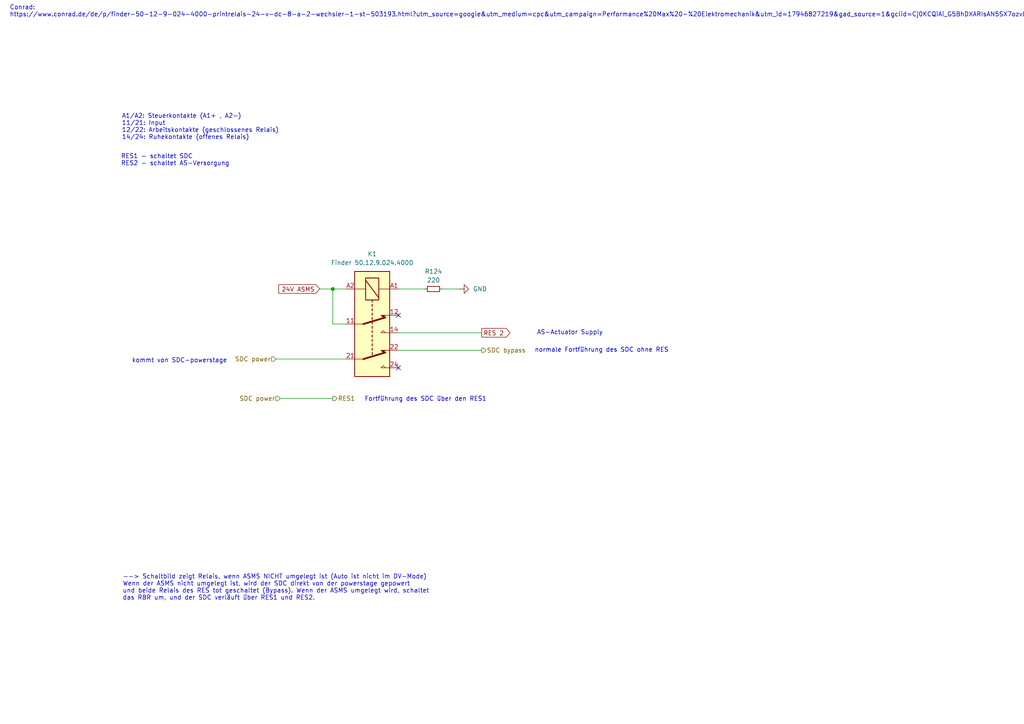
<source format=kicad_sch>
(kicad_sch (version 20231120) (generator "eeschema") (generator_version "8.0")
  (paper "A4")
  (title_block (title "PDU FT25") (date "2024-11-23") (rev "V1.1") (company "Janek Herm") (comment 1 "FaSTTUBe Electronics"))
  (lib_symbols
    (symbol "Device:R_Small" (pin_numbers hide) (pin_names (offset 0.254) hide)
      (property "Reference" "R" (at 0.762 0.508 0))
      (property "Value" "R_Small" (at 0.762 -1.016 0))
      (symbol "R_Small_0_1"
        (rectangle (start -0.762 1.778) (end 0.762 -1.778) (stroke (width 0.2032)))
      )
      (symbol "R_Small_1_1"
        (pin passive line (at 0 2.54 270) (length 0.762) (name "~") (number "1"))
        (pin passive line (at 0 -2.54 90) (length 0.762) (name "~") (number "2"))
      )
    )
    (symbol "Relay:Relay_DPDT"
      (property "Reference" "K" (at 16.51 3.81 0))
      (property "Value" "Relay_DPDT" (at 16.51 1.27 0))
      (symbol "Relay_DPDT_0_1"
        (rectangle (start -15.24 5.08) (end 15.24 -5.08) (stroke (width 0.254)) (fill (type background)))
        (rectangle (start -13.335 1.905) (end -6.985 -1.905) (stroke (width 0.254)))
        (polyline (pts (xy -12.7 -1.905) (xy -7.62 1.905)) (stroke (width 0.254)))
        (polyline (pts (xy -10.16 -5.08) (xy -10.16 -1.905)))
        (polyline (pts (xy -10.16 5.08) (xy -10.16 1.905)))
        (polyline (pts (xy -6.985 0) (xy -6.35 0)) (stroke (width 0.254)))
        (polyline (pts (xy -5.715 0) (xy -5.08 0)) (stroke (width 0.254)))
        (polyline (pts (xy -4.445 0) (xy -3.81 0)) (stroke (width 0.254)))
        (polyline (pts (xy -3.175 0) (xy -2.54 0)) (stroke (width 0.254)))
        (polyline (pts (xy -1.905 0) (xy -1.27 0)) (stroke (width 0.254)))
        (polyline (pts (xy -0.635 0) (xy 0 0)) (stroke (width 0.254)))
        (polyline (pts (xy 0 -2.54) (xy -1.905 3.81)) (stroke (width 0.508)))
        (polyline (pts (xy 0 -2.54) (xy 0 -5.08)))
        (polyline (pts (xy 0.635 0) (xy 1.27 0)) (stroke (width 0.254)))
        (polyline (pts (xy 1.905 0) (xy 2.54 0)) (stroke (width 0.254)))
        (polyline (pts (xy 3.175 0) (xy 3.81 0)) (stroke (width 0.254)))
        (polyline (pts (xy 4.445 0) (xy 5.08 0)) (stroke (width 0.254)))
        (polyline (pts (xy 5.715 0) (xy 6.35 0)) (stroke (width 0.254)))
        (polyline (pts (xy 6.985 0) (xy 7.62 0)) (stroke (width 0.254)))
        (polyline (pts (xy 8.255 0) (xy 8.89 0)) (stroke (width 0.254)))
        (polyline (pts (xy 10.16 -2.54) (xy 8.255 3.81)) (stroke (width 0.508)))
        (polyline (pts (xy 10.16 -2.54) (xy 10.16 -5.08)))
        (polyline (pts (xy -2.54 5.08) (xy -2.54 2.54) (xy -1.905 3.175) (xy -2.54 3.81)) (fill (type outline)))
        (polyline (pts (xy 2.54 5.08) (xy 2.54 2.54) (xy 1.905 3.175) (xy 2.54 3.81)))
        (polyline (pts (xy 7.62 5.08) (xy 7.62 2.54) (xy 8.255 3.175) (xy 7.62 3.81)) (fill (type outline)))
        (polyline (pts (xy 12.7 5.08) (xy 12.7 2.54) (xy 12.065 3.175) (xy 12.7 3.81)))
      )
      (symbol "Relay_DPDT_1_1"
        (pin passive line (at 0 -7.62 90) (length 2.54) (name "~") (number "11"))
        (pin passive line (at -2.54 7.62 270) (length 2.54) (name "~") (number "12"))
        (pin passive line (at 2.54 7.62 270) (length 2.54) (name "~") (number "14"))
        (pin passive line (at 10.16 -7.62 90) (length 2.54) (name "~") (number "21"))
        (pin passive line (at 7.62 7.62 270) (length 2.54) (name "~") (number "22"))
        (pin passive line (at 12.7 7.62 270) (length 2.54) (name "~") (number "24"))
        (pin passive line (at -10.16 7.62 270) (length 2.54) (name "~") (number "A1"))
        (pin passive line (at -10.16 -7.62 90) (length 2.54) (name "~") (number "A2"))
      )
    )
    (symbol "power:GND" (power) (pin_numbers hide) (pin_names (offset 0) hide)
      (property "Value" "GND" (at 0 -3.81 0))
      (symbol "GND_0_1"
        (polyline (pts (xy 0 0) (xy 0 -1.27) (xy 1.27 -1.27) (xy 0 -2.54) (xy -1.27 -1.27) (xy 0 -1.27)))
      )
      (symbol "GND_1_1"
        (pin power_in line (at 0 0 270) (length 0) (name "~") (number "1"))
      )
    )
  )
  (junction (at 96.52 83.82))
  (no_connect (at 115.57 91.44))
  (no_connect (at 115.57 106.68))
  (wire (pts (xy 128.27 83.82) (xy 133.35 83.82)))
  (wire (pts (xy 80.01 104.14) (xy 100.33 104.14)))
  (wire (pts (xy 115.57 101.6) (xy 139.7 101.6)))
  (wire (pts (xy 115.57 83.82) (xy 123.19 83.82)))
  (wire (pts (xy 115.57 96.52) (xy 139.7 96.52)))
  (wire (pts (xy 96.52 83.82) (xy 96.52 93.98)))
  (wire (pts (xy 96.52 83.82) (xy 92.71 83.82)))
  (wire (pts (xy 96.52 93.98) (xy 100.33 93.98)))
  (wire (pts (xy 100.33 83.82) (xy 96.52 83.82)))
  (wire (pts (xy 81.28 115.57) (xy 96.52 115.57)))
  (text "normale Fortführung des SDC ohne RES" (at 174.498 101.6 0) (effects (font (size 1.27 1.27) (thickness 0.1588))))
  (text "--> Schaltbild zeigt Relais, wenn ASMS NICHT umgelegt ist (Auto ist nicht im DV-Mode)\nWenn der ASMS nicht umgelegt ist, wird der SDC direkt von der powerstage gepowert\nund beide Relais des RES tot geschaltet (Bypass). Wenn der ASMS umgelegt wird, schaltet\ndas RBR um, und der SDC verläuft über RES1 und RES2." (at 35.56 170.434 0) (effects (font (size 1.27 1.27)) (justify left)))
  (text "Fortführung des SDC über den RES1" (at 123.444 115.824 0) (effects (font (size 1.27 1.27) (thickness 0.1588))))
  (text "RES1 - schaltet SDC\nRES2 - schaltet AS-Versorgung" (at 35.052 46.482 0) (effects (font (size 1.27 1.27)) (justify left)))
  (text "kommt von SDC-powerstage" (at 52.07 104.648 0) (effects (font (size 1.27 1.27))))
  (text "AS-Actuator Supply" (at 155.702 96.52 0) (effects (font (size 1.27 1.27)) (justify left)))
  (text "A1/A2: Steuerkontakte (A1+ , A2-)\n11/21: Input\n12/22: Arbeitskontakte (geschlossenes Relais)\n14/24: Ruhekontakte (offenes Relais)" (at 35.306 36.83 0) (effects (font (size 1.27 1.27)) (justify left)))
  (text "Conrad:\nhttps://www.conrad.de/de/p/finder-50-12-9-024-4000-printrelais-24-v-dc-8-a-2-wechsler-1-st-503193.html?utm_source=google&utm_medium=cpc&utm_campaign=Performance%20Max%20-%20Elektromechanik&utm_id=17946827219&gad_source=1&gclid=Cj0KCQiAi_G5BhDXARIsAN5SX7ozvbyzbNAUnu7ULPQTyRg7aDxVNaZ2DbTGICJ_7DeLlrEXfXyp2XEaApkXEALw_wcB" (at 2.794 3.302 0) (effects (font (size 1.27 1.27)) (justify left)))
  (global_label "RES 2" (shape output) (at 139.7 96.52 0) (property "Intersheetrefs" "${INTERSHEET_REFS}" (effects (hide yes))))
  (global_label "24V ASMS" (shape input) (at 92.71 83.82 180) (property "Intersheetrefs" "${INTERSHEET_REFS}" (effects (hide yes))))
  (hierarchical_label "SDC power" (shape input) (at 81.28 115.57 180))
  (hierarchical_label "SDC bypass" (shape output) (at 139.7 101.6 0))
  (hierarchical_label "RES1" (shape output) (at 96.52 115.57 0))
  (hierarchical_label "SDC power" (shape input) (at 80.01 104.14 180))
  (symbol (lib_id "Device:R_Small") (at 125.73 83.82 90) (unit 1)
    (property "Reference" "R124" (at 125.73 78.74 90))
    (property "Value" "220" (at 125.73 81.28 90))
    (property "Footprint" "Resistor_SMD:R_0603_1608Metric_Pad0.98x0.95mm_HandSolder" (effects (hide yes)))
    (property "Description" "Resistor, small symbol" (effects (hide yes)))
  )
  (symbol (lib_id "Relay:Relay_DPDT") (at 107.95 93.98 270) (unit 1)
    (property "Reference" "K1" (at 107.95 73.66 90))
    (property "Value" "Finder 50.12.9.024.4000" (at 107.95 76.2 90))
    (property "Footprint" "Relay_THT:Relay_DPDT_Finder_40.52" (effects (hide yes)))
    (property "Datasheet" "https://asset.conrad.com/media10/add/160267/c1/-/de/000503193DS01/datenblatt-503193-finder-501290244000-printrelais-24-vdc-8-a-2-wechsler-1-st.pdf" (effects (hide yes)))
    (property "Description" "24 V/DC 8 A 2 Wechsler" (effects (hide yes)))
  )
  (symbol (lib_id "power:GND") (at 133.35 83.82 90) (unit 1)
    (property "Reference" "#PWR0164" (effects (hide yes)))
    (property "Value" "GND" (at 137.16 83.8199 90) (effects (justify right)))
    (property "Description" "Power symbol creates a global label with name \"GND\" , ground" (effects (hide yes)))
  )
)
</source>
